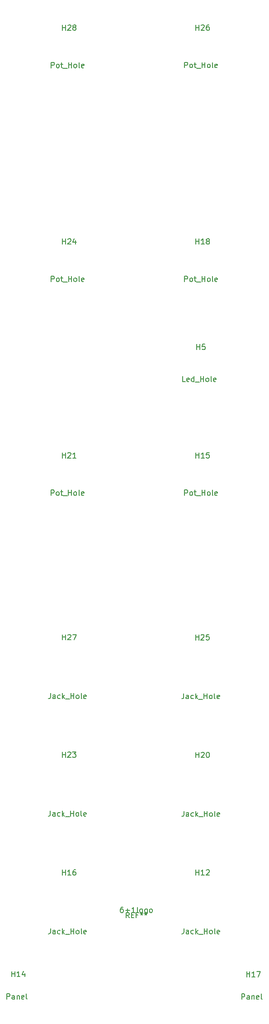
<source format=gbr>
G04 #@! TF.GenerationSoftware,KiCad,Pcbnew,(5.1.9)-1*
G04 #@! TF.CreationDate,2021-08-22T22:13:52+01:00*
G04 #@! TF.ProjectId,Simple Mixer Front Panel,53696d70-6c65-4204-9d69-786572204672,rev?*
G04 #@! TF.SameCoordinates,Original*
G04 #@! TF.FileFunction,Other,Fab,Top*
%FSLAX46Y46*%
G04 Gerber Fmt 4.6, Leading zero omitted, Abs format (unit mm)*
G04 Created by KiCad (PCBNEW (5.1.9)-1) date 2021-08-22 22:13:52*
%MOMM*%
%LPD*%
G01*
G04 APERTURE LIST*
%ADD10C,0.150000*%
G04 APERTURE END LIST*
D10*
X40166666Y-194082380D02*
X39833333Y-193606190D01*
X39595238Y-194082380D02*
X39595238Y-193082380D01*
X39976190Y-193082380D01*
X40071428Y-193130000D01*
X40119047Y-193177619D01*
X40166666Y-193272857D01*
X40166666Y-193415714D01*
X40119047Y-193510952D01*
X40071428Y-193558571D01*
X39976190Y-193606190D01*
X39595238Y-193606190D01*
X40595238Y-193558571D02*
X40928571Y-193558571D01*
X41071428Y-194082380D02*
X40595238Y-194082380D01*
X40595238Y-193082380D01*
X41071428Y-193082380D01*
X41833333Y-193558571D02*
X41500000Y-193558571D01*
X41500000Y-194082380D02*
X41500000Y-193082380D01*
X41976190Y-193082380D01*
X42500000Y-193082380D02*
X42500000Y-193320476D01*
X42261904Y-193225238D02*
X42500000Y-193320476D01*
X42738095Y-193225238D01*
X42357142Y-193510952D02*
X42500000Y-193320476D01*
X42642857Y-193510952D01*
X43261904Y-193082380D02*
X43261904Y-193320476D01*
X43023809Y-193225238D02*
X43261904Y-193320476D01*
X43500000Y-193225238D01*
X43119047Y-193510952D02*
X43261904Y-193320476D01*
X43404761Y-193510952D01*
X38976190Y-192082380D02*
X38785714Y-192082380D01*
X38690476Y-192130000D01*
X38642857Y-192177619D01*
X38547619Y-192320476D01*
X38500000Y-192510952D01*
X38500000Y-192891904D01*
X38547619Y-192987142D01*
X38595238Y-193034761D01*
X38690476Y-193082380D01*
X38880952Y-193082380D01*
X38976190Y-193034761D01*
X39023809Y-192987142D01*
X39071428Y-192891904D01*
X39071428Y-192653809D01*
X39023809Y-192558571D01*
X38976190Y-192510952D01*
X38880952Y-192463333D01*
X38690476Y-192463333D01*
X38595238Y-192510952D01*
X38547619Y-192558571D01*
X38500000Y-192653809D01*
X39500000Y-192701428D02*
X40261904Y-192701428D01*
X39880952Y-193082380D02*
X39880952Y-192320476D01*
X41261904Y-193082380D02*
X40690476Y-193082380D01*
X40976190Y-193082380D02*
X40976190Y-192082380D01*
X40880952Y-192225238D01*
X40785714Y-192320476D01*
X40690476Y-192368095D01*
X41833333Y-193082380D02*
X41738095Y-193034761D01*
X41690476Y-192939523D01*
X41690476Y-192082380D01*
X42357142Y-193082380D02*
X42261904Y-193034761D01*
X42214285Y-192987142D01*
X42166666Y-192891904D01*
X42166666Y-192606190D01*
X42214285Y-192510952D01*
X42261904Y-192463333D01*
X42357142Y-192415714D01*
X42500000Y-192415714D01*
X42595238Y-192463333D01*
X42642857Y-192510952D01*
X42690476Y-192606190D01*
X42690476Y-192891904D01*
X42642857Y-192987142D01*
X42595238Y-193034761D01*
X42500000Y-193082380D01*
X42357142Y-193082380D01*
X43547619Y-192415714D02*
X43547619Y-193225238D01*
X43500000Y-193320476D01*
X43452380Y-193368095D01*
X43357142Y-193415714D01*
X43214285Y-193415714D01*
X43119047Y-193368095D01*
X43547619Y-193034761D02*
X43452380Y-193082380D01*
X43261904Y-193082380D01*
X43166666Y-193034761D01*
X43119047Y-192987142D01*
X43071428Y-192891904D01*
X43071428Y-192606190D01*
X43119047Y-192510952D01*
X43166666Y-192463333D01*
X43261904Y-192415714D01*
X43452380Y-192415714D01*
X43547619Y-192463333D01*
X44166666Y-193082380D02*
X44071428Y-193034761D01*
X44023809Y-192987142D01*
X43976190Y-192891904D01*
X43976190Y-192606190D01*
X44023809Y-192510952D01*
X44071428Y-192463333D01*
X44166666Y-192415714D01*
X44309523Y-192415714D01*
X44404761Y-192463333D01*
X44452380Y-192510952D01*
X44500000Y-192606190D01*
X44500000Y-192891904D01*
X44452380Y-192987142D01*
X44404761Y-193034761D01*
X44309523Y-193082380D01*
X44166666Y-193082380D01*
X50680952Y-93792380D02*
X50204761Y-93792380D01*
X50204761Y-92792380D01*
X51395238Y-93744761D02*
X51300000Y-93792380D01*
X51109523Y-93792380D01*
X51014285Y-93744761D01*
X50966666Y-93649523D01*
X50966666Y-93268571D01*
X51014285Y-93173333D01*
X51109523Y-93125714D01*
X51300000Y-93125714D01*
X51395238Y-93173333D01*
X51442857Y-93268571D01*
X51442857Y-93363809D01*
X50966666Y-93459047D01*
X52300000Y-93792380D02*
X52300000Y-92792380D01*
X52300000Y-93744761D02*
X52204761Y-93792380D01*
X52014285Y-93792380D01*
X51919047Y-93744761D01*
X51871428Y-93697142D01*
X51823809Y-93601904D01*
X51823809Y-93316190D01*
X51871428Y-93220952D01*
X51919047Y-93173333D01*
X52014285Y-93125714D01*
X52204761Y-93125714D01*
X52300000Y-93173333D01*
X52538095Y-93887619D02*
X53300000Y-93887619D01*
X53538095Y-93792380D02*
X53538095Y-92792380D01*
X53538095Y-93268571D02*
X54109523Y-93268571D01*
X54109523Y-93792380D02*
X54109523Y-92792380D01*
X54728571Y-93792380D02*
X54633333Y-93744761D01*
X54585714Y-93697142D01*
X54538095Y-93601904D01*
X54538095Y-93316190D01*
X54585714Y-93220952D01*
X54633333Y-93173333D01*
X54728571Y-93125714D01*
X54871428Y-93125714D01*
X54966666Y-93173333D01*
X55014285Y-93220952D01*
X55061904Y-93316190D01*
X55061904Y-93601904D01*
X55014285Y-93697142D01*
X54966666Y-93744761D01*
X54871428Y-93792380D01*
X54728571Y-93792380D01*
X55633333Y-93792380D02*
X55538095Y-93744761D01*
X55490476Y-93649523D01*
X55490476Y-92792380D01*
X56395238Y-93744761D02*
X56300000Y-93792380D01*
X56109523Y-93792380D01*
X56014285Y-93744761D01*
X55966666Y-93649523D01*
X55966666Y-93268571D01*
X56014285Y-93173333D01*
X56109523Y-93125714D01*
X56300000Y-93125714D01*
X56395238Y-93173333D01*
X56442857Y-93268571D01*
X56442857Y-93363809D01*
X55966666Y-93459047D01*
X52838095Y-87792380D02*
X52838095Y-86792380D01*
X52838095Y-87268571D02*
X53409523Y-87268571D01*
X53409523Y-87792380D02*
X53409523Y-86792380D01*
X54361904Y-86792380D02*
X53885714Y-86792380D01*
X53838095Y-87268571D01*
X53885714Y-87220952D01*
X53980952Y-87173333D01*
X54219047Y-87173333D01*
X54314285Y-87220952D01*
X54361904Y-87268571D01*
X54409523Y-87363809D01*
X54409523Y-87601904D01*
X54361904Y-87697142D01*
X54314285Y-87744761D01*
X54219047Y-87792380D01*
X53980952Y-87792380D01*
X53885714Y-87744761D01*
X53838095Y-87697142D01*
X50409523Y-196062380D02*
X50409523Y-196776666D01*
X50361904Y-196919523D01*
X50266666Y-197014761D01*
X50123809Y-197062380D01*
X50028571Y-197062380D01*
X51314285Y-197062380D02*
X51314285Y-196538571D01*
X51266666Y-196443333D01*
X51171428Y-196395714D01*
X50980952Y-196395714D01*
X50885714Y-196443333D01*
X51314285Y-197014761D02*
X51219047Y-197062380D01*
X50980952Y-197062380D01*
X50885714Y-197014761D01*
X50838095Y-196919523D01*
X50838095Y-196824285D01*
X50885714Y-196729047D01*
X50980952Y-196681428D01*
X51219047Y-196681428D01*
X51314285Y-196633809D01*
X52219047Y-197014761D02*
X52123809Y-197062380D01*
X51933333Y-197062380D01*
X51838095Y-197014761D01*
X51790476Y-196967142D01*
X51742857Y-196871904D01*
X51742857Y-196586190D01*
X51790476Y-196490952D01*
X51838095Y-196443333D01*
X51933333Y-196395714D01*
X52123809Y-196395714D01*
X52219047Y-196443333D01*
X52647619Y-197062380D02*
X52647619Y-196062380D01*
X52742857Y-196681428D02*
X53028571Y-197062380D01*
X53028571Y-196395714D02*
X52647619Y-196776666D01*
X53219047Y-197157619D02*
X53980952Y-197157619D01*
X54219047Y-197062380D02*
X54219047Y-196062380D01*
X54219047Y-196538571D02*
X54790476Y-196538571D01*
X54790476Y-197062380D02*
X54790476Y-196062380D01*
X55409523Y-197062380D02*
X55314285Y-197014761D01*
X55266666Y-196967142D01*
X55219047Y-196871904D01*
X55219047Y-196586190D01*
X55266666Y-196490952D01*
X55314285Y-196443333D01*
X55409523Y-196395714D01*
X55552380Y-196395714D01*
X55647619Y-196443333D01*
X55695238Y-196490952D01*
X55742857Y-196586190D01*
X55742857Y-196871904D01*
X55695238Y-196967142D01*
X55647619Y-197014761D01*
X55552380Y-197062380D01*
X55409523Y-197062380D01*
X56314285Y-197062380D02*
X56219047Y-197014761D01*
X56171428Y-196919523D01*
X56171428Y-196062380D01*
X57076190Y-197014761D02*
X56980952Y-197062380D01*
X56790476Y-197062380D01*
X56695238Y-197014761D01*
X56647619Y-196919523D01*
X56647619Y-196538571D01*
X56695238Y-196443333D01*
X56790476Y-196395714D01*
X56980952Y-196395714D01*
X57076190Y-196443333D01*
X57123809Y-196538571D01*
X57123809Y-196633809D01*
X56647619Y-196729047D01*
X52661904Y-186062380D02*
X52661904Y-185062380D01*
X52661904Y-185538571D02*
X53233333Y-185538571D01*
X53233333Y-186062380D02*
X53233333Y-185062380D01*
X54233333Y-186062380D02*
X53661904Y-186062380D01*
X53947619Y-186062380D02*
X53947619Y-185062380D01*
X53852380Y-185205238D01*
X53757142Y-185300476D01*
X53661904Y-185348095D01*
X54614285Y-185157619D02*
X54661904Y-185110000D01*
X54757142Y-185062380D01*
X54995238Y-185062380D01*
X55090476Y-185110000D01*
X55138095Y-185157619D01*
X55185714Y-185252857D01*
X55185714Y-185348095D01*
X55138095Y-185490952D01*
X54566666Y-186062380D01*
X55185714Y-186062380D01*
X17252857Y-209282380D02*
X17252857Y-208282380D01*
X17633809Y-208282380D01*
X17729047Y-208330000D01*
X17776666Y-208377619D01*
X17824285Y-208472857D01*
X17824285Y-208615714D01*
X17776666Y-208710952D01*
X17729047Y-208758571D01*
X17633809Y-208806190D01*
X17252857Y-208806190D01*
X18681428Y-209282380D02*
X18681428Y-208758571D01*
X18633809Y-208663333D01*
X18538571Y-208615714D01*
X18348095Y-208615714D01*
X18252857Y-208663333D01*
X18681428Y-209234761D02*
X18586190Y-209282380D01*
X18348095Y-209282380D01*
X18252857Y-209234761D01*
X18205238Y-209139523D01*
X18205238Y-209044285D01*
X18252857Y-208949047D01*
X18348095Y-208901428D01*
X18586190Y-208901428D01*
X18681428Y-208853809D01*
X19157619Y-208615714D02*
X19157619Y-209282380D01*
X19157619Y-208710952D02*
X19205238Y-208663333D01*
X19300476Y-208615714D01*
X19443333Y-208615714D01*
X19538571Y-208663333D01*
X19586190Y-208758571D01*
X19586190Y-209282380D01*
X20443333Y-209234761D02*
X20348095Y-209282380D01*
X20157619Y-209282380D01*
X20062380Y-209234761D01*
X20014761Y-209139523D01*
X20014761Y-208758571D01*
X20062380Y-208663333D01*
X20157619Y-208615714D01*
X20348095Y-208615714D01*
X20443333Y-208663333D01*
X20490952Y-208758571D01*
X20490952Y-208853809D01*
X20014761Y-208949047D01*
X21062380Y-209282380D02*
X20967142Y-209234761D01*
X20919523Y-209139523D01*
X20919523Y-208282380D01*
X18171904Y-205082380D02*
X18171904Y-204082380D01*
X18171904Y-204558571D02*
X18743333Y-204558571D01*
X18743333Y-205082380D02*
X18743333Y-204082380D01*
X19743333Y-205082380D02*
X19171904Y-205082380D01*
X19457619Y-205082380D02*
X19457619Y-204082380D01*
X19362380Y-204225238D01*
X19267142Y-204320476D01*
X19171904Y-204368095D01*
X20600476Y-204415714D02*
X20600476Y-205082380D01*
X20362380Y-204034761D02*
X20124285Y-204749047D01*
X20743333Y-204749047D01*
X50562380Y-115072380D02*
X50562380Y-114072380D01*
X50943333Y-114072380D01*
X51038571Y-114120000D01*
X51086190Y-114167619D01*
X51133809Y-114262857D01*
X51133809Y-114405714D01*
X51086190Y-114500952D01*
X51038571Y-114548571D01*
X50943333Y-114596190D01*
X50562380Y-114596190D01*
X51705238Y-115072380D02*
X51610000Y-115024761D01*
X51562380Y-114977142D01*
X51514761Y-114881904D01*
X51514761Y-114596190D01*
X51562380Y-114500952D01*
X51610000Y-114453333D01*
X51705238Y-114405714D01*
X51848095Y-114405714D01*
X51943333Y-114453333D01*
X51990952Y-114500952D01*
X52038571Y-114596190D01*
X52038571Y-114881904D01*
X51990952Y-114977142D01*
X51943333Y-115024761D01*
X51848095Y-115072380D01*
X51705238Y-115072380D01*
X52324285Y-114405714D02*
X52705238Y-114405714D01*
X52467142Y-114072380D02*
X52467142Y-114929523D01*
X52514761Y-115024761D01*
X52610000Y-115072380D01*
X52705238Y-115072380D01*
X52800476Y-115167619D02*
X53562380Y-115167619D01*
X53800476Y-115072380D02*
X53800476Y-114072380D01*
X53800476Y-114548571D02*
X54371904Y-114548571D01*
X54371904Y-115072380D02*
X54371904Y-114072380D01*
X54990952Y-115072380D02*
X54895714Y-115024761D01*
X54848095Y-114977142D01*
X54800476Y-114881904D01*
X54800476Y-114596190D01*
X54848095Y-114500952D01*
X54895714Y-114453333D01*
X54990952Y-114405714D01*
X55133809Y-114405714D01*
X55229047Y-114453333D01*
X55276666Y-114500952D01*
X55324285Y-114596190D01*
X55324285Y-114881904D01*
X55276666Y-114977142D01*
X55229047Y-115024761D01*
X55133809Y-115072380D01*
X54990952Y-115072380D01*
X55895714Y-115072380D02*
X55800476Y-115024761D01*
X55752857Y-114929523D01*
X55752857Y-114072380D01*
X56657619Y-115024761D02*
X56562380Y-115072380D01*
X56371904Y-115072380D01*
X56276666Y-115024761D01*
X56229047Y-114929523D01*
X56229047Y-114548571D01*
X56276666Y-114453333D01*
X56371904Y-114405714D01*
X56562380Y-114405714D01*
X56657619Y-114453333D01*
X56705238Y-114548571D01*
X56705238Y-114643809D01*
X56229047Y-114739047D01*
X52671904Y-108072380D02*
X52671904Y-107072380D01*
X52671904Y-107548571D02*
X53243333Y-107548571D01*
X53243333Y-108072380D02*
X53243333Y-107072380D01*
X54243333Y-108072380D02*
X53671904Y-108072380D01*
X53957619Y-108072380D02*
X53957619Y-107072380D01*
X53862380Y-107215238D01*
X53767142Y-107310476D01*
X53671904Y-107358095D01*
X55148095Y-107072380D02*
X54671904Y-107072380D01*
X54624285Y-107548571D01*
X54671904Y-107500952D01*
X54767142Y-107453333D01*
X55005238Y-107453333D01*
X55100476Y-107500952D01*
X55148095Y-107548571D01*
X55195714Y-107643809D01*
X55195714Y-107881904D01*
X55148095Y-107977142D01*
X55100476Y-108024761D01*
X55005238Y-108072380D01*
X54767142Y-108072380D01*
X54671904Y-108024761D01*
X54624285Y-107977142D01*
X25419523Y-196082380D02*
X25419523Y-196796666D01*
X25371904Y-196939523D01*
X25276666Y-197034761D01*
X25133809Y-197082380D01*
X25038571Y-197082380D01*
X26324285Y-197082380D02*
X26324285Y-196558571D01*
X26276666Y-196463333D01*
X26181428Y-196415714D01*
X25990952Y-196415714D01*
X25895714Y-196463333D01*
X26324285Y-197034761D02*
X26229047Y-197082380D01*
X25990952Y-197082380D01*
X25895714Y-197034761D01*
X25848095Y-196939523D01*
X25848095Y-196844285D01*
X25895714Y-196749047D01*
X25990952Y-196701428D01*
X26229047Y-196701428D01*
X26324285Y-196653809D01*
X27229047Y-197034761D02*
X27133809Y-197082380D01*
X26943333Y-197082380D01*
X26848095Y-197034761D01*
X26800476Y-196987142D01*
X26752857Y-196891904D01*
X26752857Y-196606190D01*
X26800476Y-196510952D01*
X26848095Y-196463333D01*
X26943333Y-196415714D01*
X27133809Y-196415714D01*
X27229047Y-196463333D01*
X27657619Y-197082380D02*
X27657619Y-196082380D01*
X27752857Y-196701428D02*
X28038571Y-197082380D01*
X28038571Y-196415714D02*
X27657619Y-196796666D01*
X28229047Y-197177619D02*
X28990952Y-197177619D01*
X29229047Y-197082380D02*
X29229047Y-196082380D01*
X29229047Y-196558571D02*
X29800476Y-196558571D01*
X29800476Y-197082380D02*
X29800476Y-196082380D01*
X30419523Y-197082380D02*
X30324285Y-197034761D01*
X30276666Y-196987142D01*
X30229047Y-196891904D01*
X30229047Y-196606190D01*
X30276666Y-196510952D01*
X30324285Y-196463333D01*
X30419523Y-196415714D01*
X30562380Y-196415714D01*
X30657619Y-196463333D01*
X30705238Y-196510952D01*
X30752857Y-196606190D01*
X30752857Y-196891904D01*
X30705238Y-196987142D01*
X30657619Y-197034761D01*
X30562380Y-197082380D01*
X30419523Y-197082380D01*
X31324285Y-197082380D02*
X31229047Y-197034761D01*
X31181428Y-196939523D01*
X31181428Y-196082380D01*
X32086190Y-197034761D02*
X31990952Y-197082380D01*
X31800476Y-197082380D01*
X31705238Y-197034761D01*
X31657619Y-196939523D01*
X31657619Y-196558571D01*
X31705238Y-196463333D01*
X31800476Y-196415714D01*
X31990952Y-196415714D01*
X32086190Y-196463333D01*
X32133809Y-196558571D01*
X32133809Y-196653809D01*
X31657619Y-196749047D01*
X27671904Y-186082380D02*
X27671904Y-185082380D01*
X27671904Y-185558571D02*
X28243333Y-185558571D01*
X28243333Y-186082380D02*
X28243333Y-185082380D01*
X29243333Y-186082380D02*
X28671904Y-186082380D01*
X28957619Y-186082380D02*
X28957619Y-185082380D01*
X28862380Y-185225238D01*
X28767142Y-185320476D01*
X28671904Y-185368095D01*
X30100476Y-185082380D02*
X29910000Y-185082380D01*
X29814761Y-185130000D01*
X29767142Y-185177619D01*
X29671904Y-185320476D01*
X29624285Y-185510952D01*
X29624285Y-185891904D01*
X29671904Y-185987142D01*
X29719523Y-186034761D01*
X29814761Y-186082380D01*
X30005238Y-186082380D01*
X30100476Y-186034761D01*
X30148095Y-185987142D01*
X30195714Y-185891904D01*
X30195714Y-185653809D01*
X30148095Y-185558571D01*
X30100476Y-185510952D01*
X30005238Y-185463333D01*
X29814761Y-185463333D01*
X29719523Y-185510952D01*
X29671904Y-185558571D01*
X29624285Y-185653809D01*
X61252857Y-209302380D02*
X61252857Y-208302380D01*
X61633809Y-208302380D01*
X61729047Y-208350000D01*
X61776666Y-208397619D01*
X61824285Y-208492857D01*
X61824285Y-208635714D01*
X61776666Y-208730952D01*
X61729047Y-208778571D01*
X61633809Y-208826190D01*
X61252857Y-208826190D01*
X62681428Y-209302380D02*
X62681428Y-208778571D01*
X62633809Y-208683333D01*
X62538571Y-208635714D01*
X62348095Y-208635714D01*
X62252857Y-208683333D01*
X62681428Y-209254761D02*
X62586190Y-209302380D01*
X62348095Y-209302380D01*
X62252857Y-209254761D01*
X62205238Y-209159523D01*
X62205238Y-209064285D01*
X62252857Y-208969047D01*
X62348095Y-208921428D01*
X62586190Y-208921428D01*
X62681428Y-208873809D01*
X63157619Y-208635714D02*
X63157619Y-209302380D01*
X63157619Y-208730952D02*
X63205238Y-208683333D01*
X63300476Y-208635714D01*
X63443333Y-208635714D01*
X63538571Y-208683333D01*
X63586190Y-208778571D01*
X63586190Y-209302380D01*
X64443333Y-209254761D02*
X64348095Y-209302380D01*
X64157619Y-209302380D01*
X64062380Y-209254761D01*
X64014761Y-209159523D01*
X64014761Y-208778571D01*
X64062380Y-208683333D01*
X64157619Y-208635714D01*
X64348095Y-208635714D01*
X64443333Y-208683333D01*
X64490952Y-208778571D01*
X64490952Y-208873809D01*
X64014761Y-208969047D01*
X65062380Y-209302380D02*
X64967142Y-209254761D01*
X64919523Y-209159523D01*
X64919523Y-208302380D01*
X62171904Y-205102380D02*
X62171904Y-204102380D01*
X62171904Y-204578571D02*
X62743333Y-204578571D01*
X62743333Y-205102380D02*
X62743333Y-204102380D01*
X63743333Y-205102380D02*
X63171904Y-205102380D01*
X63457619Y-205102380D02*
X63457619Y-204102380D01*
X63362380Y-204245238D01*
X63267142Y-204340476D01*
X63171904Y-204388095D01*
X64076666Y-204102380D02*
X64743333Y-204102380D01*
X64314761Y-205102380D01*
X50562380Y-75082380D02*
X50562380Y-74082380D01*
X50943333Y-74082380D01*
X51038571Y-74130000D01*
X51086190Y-74177619D01*
X51133809Y-74272857D01*
X51133809Y-74415714D01*
X51086190Y-74510952D01*
X51038571Y-74558571D01*
X50943333Y-74606190D01*
X50562380Y-74606190D01*
X51705238Y-75082380D02*
X51610000Y-75034761D01*
X51562380Y-74987142D01*
X51514761Y-74891904D01*
X51514761Y-74606190D01*
X51562380Y-74510952D01*
X51610000Y-74463333D01*
X51705238Y-74415714D01*
X51848095Y-74415714D01*
X51943333Y-74463333D01*
X51990952Y-74510952D01*
X52038571Y-74606190D01*
X52038571Y-74891904D01*
X51990952Y-74987142D01*
X51943333Y-75034761D01*
X51848095Y-75082380D01*
X51705238Y-75082380D01*
X52324285Y-74415714D02*
X52705238Y-74415714D01*
X52467142Y-74082380D02*
X52467142Y-74939523D01*
X52514761Y-75034761D01*
X52610000Y-75082380D01*
X52705238Y-75082380D01*
X52800476Y-75177619D02*
X53562380Y-75177619D01*
X53800476Y-75082380D02*
X53800476Y-74082380D01*
X53800476Y-74558571D02*
X54371904Y-74558571D01*
X54371904Y-75082380D02*
X54371904Y-74082380D01*
X54990952Y-75082380D02*
X54895714Y-75034761D01*
X54848095Y-74987142D01*
X54800476Y-74891904D01*
X54800476Y-74606190D01*
X54848095Y-74510952D01*
X54895714Y-74463333D01*
X54990952Y-74415714D01*
X55133809Y-74415714D01*
X55229047Y-74463333D01*
X55276666Y-74510952D01*
X55324285Y-74606190D01*
X55324285Y-74891904D01*
X55276666Y-74987142D01*
X55229047Y-75034761D01*
X55133809Y-75082380D01*
X54990952Y-75082380D01*
X55895714Y-75082380D02*
X55800476Y-75034761D01*
X55752857Y-74939523D01*
X55752857Y-74082380D01*
X56657619Y-75034761D02*
X56562380Y-75082380D01*
X56371904Y-75082380D01*
X56276666Y-75034761D01*
X56229047Y-74939523D01*
X56229047Y-74558571D01*
X56276666Y-74463333D01*
X56371904Y-74415714D01*
X56562380Y-74415714D01*
X56657619Y-74463333D01*
X56705238Y-74558571D01*
X56705238Y-74653809D01*
X56229047Y-74749047D01*
X52671904Y-68082380D02*
X52671904Y-67082380D01*
X52671904Y-67558571D02*
X53243333Y-67558571D01*
X53243333Y-68082380D02*
X53243333Y-67082380D01*
X54243333Y-68082380D02*
X53671904Y-68082380D01*
X53957619Y-68082380D02*
X53957619Y-67082380D01*
X53862380Y-67225238D01*
X53767142Y-67320476D01*
X53671904Y-67368095D01*
X54814761Y-67510952D02*
X54719523Y-67463333D01*
X54671904Y-67415714D01*
X54624285Y-67320476D01*
X54624285Y-67272857D01*
X54671904Y-67177619D01*
X54719523Y-67130000D01*
X54814761Y-67082380D01*
X55005238Y-67082380D01*
X55100476Y-67130000D01*
X55148095Y-67177619D01*
X55195714Y-67272857D01*
X55195714Y-67320476D01*
X55148095Y-67415714D01*
X55100476Y-67463333D01*
X55005238Y-67510952D01*
X54814761Y-67510952D01*
X54719523Y-67558571D01*
X54671904Y-67606190D01*
X54624285Y-67701428D01*
X54624285Y-67891904D01*
X54671904Y-67987142D01*
X54719523Y-68034761D01*
X54814761Y-68082380D01*
X55005238Y-68082380D01*
X55100476Y-68034761D01*
X55148095Y-67987142D01*
X55195714Y-67891904D01*
X55195714Y-67701428D01*
X55148095Y-67606190D01*
X55100476Y-67558571D01*
X55005238Y-67510952D01*
X50409523Y-174102380D02*
X50409523Y-174816666D01*
X50361904Y-174959523D01*
X50266666Y-175054761D01*
X50123809Y-175102380D01*
X50028571Y-175102380D01*
X51314285Y-175102380D02*
X51314285Y-174578571D01*
X51266666Y-174483333D01*
X51171428Y-174435714D01*
X50980952Y-174435714D01*
X50885714Y-174483333D01*
X51314285Y-175054761D02*
X51219047Y-175102380D01*
X50980952Y-175102380D01*
X50885714Y-175054761D01*
X50838095Y-174959523D01*
X50838095Y-174864285D01*
X50885714Y-174769047D01*
X50980952Y-174721428D01*
X51219047Y-174721428D01*
X51314285Y-174673809D01*
X52219047Y-175054761D02*
X52123809Y-175102380D01*
X51933333Y-175102380D01*
X51838095Y-175054761D01*
X51790476Y-175007142D01*
X51742857Y-174911904D01*
X51742857Y-174626190D01*
X51790476Y-174530952D01*
X51838095Y-174483333D01*
X51933333Y-174435714D01*
X52123809Y-174435714D01*
X52219047Y-174483333D01*
X52647619Y-175102380D02*
X52647619Y-174102380D01*
X52742857Y-174721428D02*
X53028571Y-175102380D01*
X53028571Y-174435714D02*
X52647619Y-174816666D01*
X53219047Y-175197619D02*
X53980952Y-175197619D01*
X54219047Y-175102380D02*
X54219047Y-174102380D01*
X54219047Y-174578571D02*
X54790476Y-174578571D01*
X54790476Y-175102380D02*
X54790476Y-174102380D01*
X55409523Y-175102380D02*
X55314285Y-175054761D01*
X55266666Y-175007142D01*
X55219047Y-174911904D01*
X55219047Y-174626190D01*
X55266666Y-174530952D01*
X55314285Y-174483333D01*
X55409523Y-174435714D01*
X55552380Y-174435714D01*
X55647619Y-174483333D01*
X55695238Y-174530952D01*
X55742857Y-174626190D01*
X55742857Y-174911904D01*
X55695238Y-175007142D01*
X55647619Y-175054761D01*
X55552380Y-175102380D01*
X55409523Y-175102380D01*
X56314285Y-175102380D02*
X56219047Y-175054761D01*
X56171428Y-174959523D01*
X56171428Y-174102380D01*
X57076190Y-175054761D02*
X56980952Y-175102380D01*
X56790476Y-175102380D01*
X56695238Y-175054761D01*
X56647619Y-174959523D01*
X56647619Y-174578571D01*
X56695238Y-174483333D01*
X56790476Y-174435714D01*
X56980952Y-174435714D01*
X57076190Y-174483333D01*
X57123809Y-174578571D01*
X57123809Y-174673809D01*
X56647619Y-174769047D01*
X52661904Y-164102380D02*
X52661904Y-163102380D01*
X52661904Y-163578571D02*
X53233333Y-163578571D01*
X53233333Y-164102380D02*
X53233333Y-163102380D01*
X53661904Y-163197619D02*
X53709523Y-163150000D01*
X53804761Y-163102380D01*
X54042857Y-163102380D01*
X54138095Y-163150000D01*
X54185714Y-163197619D01*
X54233333Y-163292857D01*
X54233333Y-163388095D01*
X54185714Y-163530952D01*
X53614285Y-164102380D01*
X54233333Y-164102380D01*
X54852380Y-163102380D02*
X54947619Y-163102380D01*
X55042857Y-163150000D01*
X55090476Y-163197619D01*
X55138095Y-163292857D01*
X55185714Y-163483333D01*
X55185714Y-163721428D01*
X55138095Y-163911904D01*
X55090476Y-164007142D01*
X55042857Y-164054761D01*
X54947619Y-164102380D01*
X54852380Y-164102380D01*
X54757142Y-164054761D01*
X54709523Y-164007142D01*
X54661904Y-163911904D01*
X54614285Y-163721428D01*
X54614285Y-163483333D01*
X54661904Y-163292857D01*
X54709523Y-163197619D01*
X54757142Y-163150000D01*
X54852380Y-163102380D01*
X25562380Y-115072380D02*
X25562380Y-114072380D01*
X25943333Y-114072380D01*
X26038571Y-114120000D01*
X26086190Y-114167619D01*
X26133809Y-114262857D01*
X26133809Y-114405714D01*
X26086190Y-114500952D01*
X26038571Y-114548571D01*
X25943333Y-114596190D01*
X25562380Y-114596190D01*
X26705238Y-115072380D02*
X26610000Y-115024761D01*
X26562380Y-114977142D01*
X26514761Y-114881904D01*
X26514761Y-114596190D01*
X26562380Y-114500952D01*
X26610000Y-114453333D01*
X26705238Y-114405714D01*
X26848095Y-114405714D01*
X26943333Y-114453333D01*
X26990952Y-114500952D01*
X27038571Y-114596190D01*
X27038571Y-114881904D01*
X26990952Y-114977142D01*
X26943333Y-115024761D01*
X26848095Y-115072380D01*
X26705238Y-115072380D01*
X27324285Y-114405714D02*
X27705238Y-114405714D01*
X27467142Y-114072380D02*
X27467142Y-114929523D01*
X27514761Y-115024761D01*
X27610000Y-115072380D01*
X27705238Y-115072380D01*
X27800476Y-115167619D02*
X28562380Y-115167619D01*
X28800476Y-115072380D02*
X28800476Y-114072380D01*
X28800476Y-114548571D02*
X29371904Y-114548571D01*
X29371904Y-115072380D02*
X29371904Y-114072380D01*
X29990952Y-115072380D02*
X29895714Y-115024761D01*
X29848095Y-114977142D01*
X29800476Y-114881904D01*
X29800476Y-114596190D01*
X29848095Y-114500952D01*
X29895714Y-114453333D01*
X29990952Y-114405714D01*
X30133809Y-114405714D01*
X30229047Y-114453333D01*
X30276666Y-114500952D01*
X30324285Y-114596190D01*
X30324285Y-114881904D01*
X30276666Y-114977142D01*
X30229047Y-115024761D01*
X30133809Y-115072380D01*
X29990952Y-115072380D01*
X30895714Y-115072380D02*
X30800476Y-115024761D01*
X30752857Y-114929523D01*
X30752857Y-114072380D01*
X31657619Y-115024761D02*
X31562380Y-115072380D01*
X31371904Y-115072380D01*
X31276666Y-115024761D01*
X31229047Y-114929523D01*
X31229047Y-114548571D01*
X31276666Y-114453333D01*
X31371904Y-114405714D01*
X31562380Y-114405714D01*
X31657619Y-114453333D01*
X31705238Y-114548571D01*
X31705238Y-114643809D01*
X31229047Y-114739047D01*
X27671904Y-108072380D02*
X27671904Y-107072380D01*
X27671904Y-107548571D02*
X28243333Y-107548571D01*
X28243333Y-108072380D02*
X28243333Y-107072380D01*
X28671904Y-107167619D02*
X28719523Y-107120000D01*
X28814761Y-107072380D01*
X29052857Y-107072380D01*
X29148095Y-107120000D01*
X29195714Y-107167619D01*
X29243333Y-107262857D01*
X29243333Y-107358095D01*
X29195714Y-107500952D01*
X28624285Y-108072380D01*
X29243333Y-108072380D01*
X30195714Y-108072380D02*
X29624285Y-108072380D01*
X29910000Y-108072380D02*
X29910000Y-107072380D01*
X29814761Y-107215238D01*
X29719523Y-107310476D01*
X29624285Y-107358095D01*
X25409523Y-174052380D02*
X25409523Y-174766666D01*
X25361904Y-174909523D01*
X25266666Y-175004761D01*
X25123809Y-175052380D01*
X25028571Y-175052380D01*
X26314285Y-175052380D02*
X26314285Y-174528571D01*
X26266666Y-174433333D01*
X26171428Y-174385714D01*
X25980952Y-174385714D01*
X25885714Y-174433333D01*
X26314285Y-175004761D02*
X26219047Y-175052380D01*
X25980952Y-175052380D01*
X25885714Y-175004761D01*
X25838095Y-174909523D01*
X25838095Y-174814285D01*
X25885714Y-174719047D01*
X25980952Y-174671428D01*
X26219047Y-174671428D01*
X26314285Y-174623809D01*
X27219047Y-175004761D02*
X27123809Y-175052380D01*
X26933333Y-175052380D01*
X26838095Y-175004761D01*
X26790476Y-174957142D01*
X26742857Y-174861904D01*
X26742857Y-174576190D01*
X26790476Y-174480952D01*
X26838095Y-174433333D01*
X26933333Y-174385714D01*
X27123809Y-174385714D01*
X27219047Y-174433333D01*
X27647619Y-175052380D02*
X27647619Y-174052380D01*
X27742857Y-174671428D02*
X28028571Y-175052380D01*
X28028571Y-174385714D02*
X27647619Y-174766666D01*
X28219047Y-175147619D02*
X28980952Y-175147619D01*
X29219047Y-175052380D02*
X29219047Y-174052380D01*
X29219047Y-174528571D02*
X29790476Y-174528571D01*
X29790476Y-175052380D02*
X29790476Y-174052380D01*
X30409523Y-175052380D02*
X30314285Y-175004761D01*
X30266666Y-174957142D01*
X30219047Y-174861904D01*
X30219047Y-174576190D01*
X30266666Y-174480952D01*
X30314285Y-174433333D01*
X30409523Y-174385714D01*
X30552380Y-174385714D01*
X30647619Y-174433333D01*
X30695238Y-174480952D01*
X30742857Y-174576190D01*
X30742857Y-174861904D01*
X30695238Y-174957142D01*
X30647619Y-175004761D01*
X30552380Y-175052380D01*
X30409523Y-175052380D01*
X31314285Y-175052380D02*
X31219047Y-175004761D01*
X31171428Y-174909523D01*
X31171428Y-174052380D01*
X32076190Y-175004761D02*
X31980952Y-175052380D01*
X31790476Y-175052380D01*
X31695238Y-175004761D01*
X31647619Y-174909523D01*
X31647619Y-174528571D01*
X31695238Y-174433333D01*
X31790476Y-174385714D01*
X31980952Y-174385714D01*
X32076190Y-174433333D01*
X32123809Y-174528571D01*
X32123809Y-174623809D01*
X31647619Y-174719047D01*
X27661904Y-164052380D02*
X27661904Y-163052380D01*
X27661904Y-163528571D02*
X28233333Y-163528571D01*
X28233333Y-164052380D02*
X28233333Y-163052380D01*
X28661904Y-163147619D02*
X28709523Y-163100000D01*
X28804761Y-163052380D01*
X29042857Y-163052380D01*
X29138095Y-163100000D01*
X29185714Y-163147619D01*
X29233333Y-163242857D01*
X29233333Y-163338095D01*
X29185714Y-163480952D01*
X28614285Y-164052380D01*
X29233333Y-164052380D01*
X29566666Y-163052380D02*
X30185714Y-163052380D01*
X29852380Y-163433333D01*
X29995238Y-163433333D01*
X30090476Y-163480952D01*
X30138095Y-163528571D01*
X30185714Y-163623809D01*
X30185714Y-163861904D01*
X30138095Y-163957142D01*
X30090476Y-164004761D01*
X29995238Y-164052380D01*
X29709523Y-164052380D01*
X29614285Y-164004761D01*
X29566666Y-163957142D01*
X25572380Y-75082380D02*
X25572380Y-74082380D01*
X25953333Y-74082380D01*
X26048571Y-74130000D01*
X26096190Y-74177619D01*
X26143809Y-74272857D01*
X26143809Y-74415714D01*
X26096190Y-74510952D01*
X26048571Y-74558571D01*
X25953333Y-74606190D01*
X25572380Y-74606190D01*
X26715238Y-75082380D02*
X26620000Y-75034761D01*
X26572380Y-74987142D01*
X26524761Y-74891904D01*
X26524761Y-74606190D01*
X26572380Y-74510952D01*
X26620000Y-74463333D01*
X26715238Y-74415714D01*
X26858095Y-74415714D01*
X26953333Y-74463333D01*
X27000952Y-74510952D01*
X27048571Y-74606190D01*
X27048571Y-74891904D01*
X27000952Y-74987142D01*
X26953333Y-75034761D01*
X26858095Y-75082380D01*
X26715238Y-75082380D01*
X27334285Y-74415714D02*
X27715238Y-74415714D01*
X27477142Y-74082380D02*
X27477142Y-74939523D01*
X27524761Y-75034761D01*
X27620000Y-75082380D01*
X27715238Y-75082380D01*
X27810476Y-75177619D02*
X28572380Y-75177619D01*
X28810476Y-75082380D02*
X28810476Y-74082380D01*
X28810476Y-74558571D02*
X29381904Y-74558571D01*
X29381904Y-75082380D02*
X29381904Y-74082380D01*
X30000952Y-75082380D02*
X29905714Y-75034761D01*
X29858095Y-74987142D01*
X29810476Y-74891904D01*
X29810476Y-74606190D01*
X29858095Y-74510952D01*
X29905714Y-74463333D01*
X30000952Y-74415714D01*
X30143809Y-74415714D01*
X30239047Y-74463333D01*
X30286666Y-74510952D01*
X30334285Y-74606190D01*
X30334285Y-74891904D01*
X30286666Y-74987142D01*
X30239047Y-75034761D01*
X30143809Y-75082380D01*
X30000952Y-75082380D01*
X30905714Y-75082380D02*
X30810476Y-75034761D01*
X30762857Y-74939523D01*
X30762857Y-74082380D01*
X31667619Y-75034761D02*
X31572380Y-75082380D01*
X31381904Y-75082380D01*
X31286666Y-75034761D01*
X31239047Y-74939523D01*
X31239047Y-74558571D01*
X31286666Y-74463333D01*
X31381904Y-74415714D01*
X31572380Y-74415714D01*
X31667619Y-74463333D01*
X31715238Y-74558571D01*
X31715238Y-74653809D01*
X31239047Y-74749047D01*
X27681904Y-68082380D02*
X27681904Y-67082380D01*
X27681904Y-67558571D02*
X28253333Y-67558571D01*
X28253333Y-68082380D02*
X28253333Y-67082380D01*
X28681904Y-67177619D02*
X28729523Y-67130000D01*
X28824761Y-67082380D01*
X29062857Y-67082380D01*
X29158095Y-67130000D01*
X29205714Y-67177619D01*
X29253333Y-67272857D01*
X29253333Y-67368095D01*
X29205714Y-67510952D01*
X28634285Y-68082380D01*
X29253333Y-68082380D01*
X30110476Y-67415714D02*
X30110476Y-68082380D01*
X29872380Y-67034761D02*
X29634285Y-67749047D01*
X30253333Y-67749047D01*
X50379523Y-152102380D02*
X50379523Y-152816666D01*
X50331904Y-152959523D01*
X50236666Y-153054761D01*
X50093809Y-153102380D01*
X49998571Y-153102380D01*
X51284285Y-153102380D02*
X51284285Y-152578571D01*
X51236666Y-152483333D01*
X51141428Y-152435714D01*
X50950952Y-152435714D01*
X50855714Y-152483333D01*
X51284285Y-153054761D02*
X51189047Y-153102380D01*
X50950952Y-153102380D01*
X50855714Y-153054761D01*
X50808095Y-152959523D01*
X50808095Y-152864285D01*
X50855714Y-152769047D01*
X50950952Y-152721428D01*
X51189047Y-152721428D01*
X51284285Y-152673809D01*
X52189047Y-153054761D02*
X52093809Y-153102380D01*
X51903333Y-153102380D01*
X51808095Y-153054761D01*
X51760476Y-153007142D01*
X51712857Y-152911904D01*
X51712857Y-152626190D01*
X51760476Y-152530952D01*
X51808095Y-152483333D01*
X51903333Y-152435714D01*
X52093809Y-152435714D01*
X52189047Y-152483333D01*
X52617619Y-153102380D02*
X52617619Y-152102380D01*
X52712857Y-152721428D02*
X52998571Y-153102380D01*
X52998571Y-152435714D02*
X52617619Y-152816666D01*
X53189047Y-153197619D02*
X53950952Y-153197619D01*
X54189047Y-153102380D02*
X54189047Y-152102380D01*
X54189047Y-152578571D02*
X54760476Y-152578571D01*
X54760476Y-153102380D02*
X54760476Y-152102380D01*
X55379523Y-153102380D02*
X55284285Y-153054761D01*
X55236666Y-153007142D01*
X55189047Y-152911904D01*
X55189047Y-152626190D01*
X55236666Y-152530952D01*
X55284285Y-152483333D01*
X55379523Y-152435714D01*
X55522380Y-152435714D01*
X55617619Y-152483333D01*
X55665238Y-152530952D01*
X55712857Y-152626190D01*
X55712857Y-152911904D01*
X55665238Y-153007142D01*
X55617619Y-153054761D01*
X55522380Y-153102380D01*
X55379523Y-153102380D01*
X56284285Y-153102380D02*
X56189047Y-153054761D01*
X56141428Y-152959523D01*
X56141428Y-152102380D01*
X57046190Y-153054761D02*
X56950952Y-153102380D01*
X56760476Y-153102380D01*
X56665238Y-153054761D01*
X56617619Y-152959523D01*
X56617619Y-152578571D01*
X56665238Y-152483333D01*
X56760476Y-152435714D01*
X56950952Y-152435714D01*
X57046190Y-152483333D01*
X57093809Y-152578571D01*
X57093809Y-152673809D01*
X56617619Y-152769047D01*
X52631904Y-142102380D02*
X52631904Y-141102380D01*
X52631904Y-141578571D02*
X53203333Y-141578571D01*
X53203333Y-142102380D02*
X53203333Y-141102380D01*
X53631904Y-141197619D02*
X53679523Y-141150000D01*
X53774761Y-141102380D01*
X54012857Y-141102380D01*
X54108095Y-141150000D01*
X54155714Y-141197619D01*
X54203333Y-141292857D01*
X54203333Y-141388095D01*
X54155714Y-141530952D01*
X53584285Y-142102380D01*
X54203333Y-142102380D01*
X55108095Y-141102380D02*
X54631904Y-141102380D01*
X54584285Y-141578571D01*
X54631904Y-141530952D01*
X54727142Y-141483333D01*
X54965238Y-141483333D01*
X55060476Y-141530952D01*
X55108095Y-141578571D01*
X55155714Y-141673809D01*
X55155714Y-141911904D01*
X55108095Y-142007142D01*
X55060476Y-142054761D01*
X54965238Y-142102380D01*
X54727142Y-142102380D01*
X54631904Y-142054761D01*
X54584285Y-142007142D01*
X50562380Y-35072380D02*
X50562380Y-34072380D01*
X50943333Y-34072380D01*
X51038571Y-34120000D01*
X51086190Y-34167619D01*
X51133809Y-34262857D01*
X51133809Y-34405714D01*
X51086190Y-34500952D01*
X51038571Y-34548571D01*
X50943333Y-34596190D01*
X50562380Y-34596190D01*
X51705238Y-35072380D02*
X51610000Y-35024761D01*
X51562380Y-34977142D01*
X51514761Y-34881904D01*
X51514761Y-34596190D01*
X51562380Y-34500952D01*
X51610000Y-34453333D01*
X51705238Y-34405714D01*
X51848095Y-34405714D01*
X51943333Y-34453333D01*
X51990952Y-34500952D01*
X52038571Y-34596190D01*
X52038571Y-34881904D01*
X51990952Y-34977142D01*
X51943333Y-35024761D01*
X51848095Y-35072380D01*
X51705238Y-35072380D01*
X52324285Y-34405714D02*
X52705238Y-34405714D01*
X52467142Y-34072380D02*
X52467142Y-34929523D01*
X52514761Y-35024761D01*
X52610000Y-35072380D01*
X52705238Y-35072380D01*
X52800476Y-35167619D02*
X53562380Y-35167619D01*
X53800476Y-35072380D02*
X53800476Y-34072380D01*
X53800476Y-34548571D02*
X54371904Y-34548571D01*
X54371904Y-35072380D02*
X54371904Y-34072380D01*
X54990952Y-35072380D02*
X54895714Y-35024761D01*
X54848095Y-34977142D01*
X54800476Y-34881904D01*
X54800476Y-34596190D01*
X54848095Y-34500952D01*
X54895714Y-34453333D01*
X54990952Y-34405714D01*
X55133809Y-34405714D01*
X55229047Y-34453333D01*
X55276666Y-34500952D01*
X55324285Y-34596190D01*
X55324285Y-34881904D01*
X55276666Y-34977142D01*
X55229047Y-35024761D01*
X55133809Y-35072380D01*
X54990952Y-35072380D01*
X55895714Y-35072380D02*
X55800476Y-35024761D01*
X55752857Y-34929523D01*
X55752857Y-34072380D01*
X56657619Y-35024761D02*
X56562380Y-35072380D01*
X56371904Y-35072380D01*
X56276666Y-35024761D01*
X56229047Y-34929523D01*
X56229047Y-34548571D01*
X56276666Y-34453333D01*
X56371904Y-34405714D01*
X56562380Y-34405714D01*
X56657619Y-34453333D01*
X56705238Y-34548571D01*
X56705238Y-34643809D01*
X56229047Y-34739047D01*
X52671904Y-28072380D02*
X52671904Y-27072380D01*
X52671904Y-27548571D02*
X53243333Y-27548571D01*
X53243333Y-28072380D02*
X53243333Y-27072380D01*
X53671904Y-27167619D02*
X53719523Y-27120000D01*
X53814761Y-27072380D01*
X54052857Y-27072380D01*
X54148095Y-27120000D01*
X54195714Y-27167619D01*
X54243333Y-27262857D01*
X54243333Y-27358095D01*
X54195714Y-27500952D01*
X53624285Y-28072380D01*
X54243333Y-28072380D01*
X55100476Y-27072380D02*
X54910000Y-27072380D01*
X54814761Y-27120000D01*
X54767142Y-27167619D01*
X54671904Y-27310476D01*
X54624285Y-27500952D01*
X54624285Y-27881904D01*
X54671904Y-27977142D01*
X54719523Y-28024761D01*
X54814761Y-28072380D01*
X55005238Y-28072380D01*
X55100476Y-28024761D01*
X55148095Y-27977142D01*
X55195714Y-27881904D01*
X55195714Y-27643809D01*
X55148095Y-27548571D01*
X55100476Y-27500952D01*
X55005238Y-27453333D01*
X54814761Y-27453333D01*
X54719523Y-27500952D01*
X54671904Y-27548571D01*
X54624285Y-27643809D01*
X25429523Y-152082380D02*
X25429523Y-152796666D01*
X25381904Y-152939523D01*
X25286666Y-153034761D01*
X25143809Y-153082380D01*
X25048571Y-153082380D01*
X26334285Y-153082380D02*
X26334285Y-152558571D01*
X26286666Y-152463333D01*
X26191428Y-152415714D01*
X26000952Y-152415714D01*
X25905714Y-152463333D01*
X26334285Y-153034761D02*
X26239047Y-153082380D01*
X26000952Y-153082380D01*
X25905714Y-153034761D01*
X25858095Y-152939523D01*
X25858095Y-152844285D01*
X25905714Y-152749047D01*
X26000952Y-152701428D01*
X26239047Y-152701428D01*
X26334285Y-152653809D01*
X27239047Y-153034761D02*
X27143809Y-153082380D01*
X26953333Y-153082380D01*
X26858095Y-153034761D01*
X26810476Y-152987142D01*
X26762857Y-152891904D01*
X26762857Y-152606190D01*
X26810476Y-152510952D01*
X26858095Y-152463333D01*
X26953333Y-152415714D01*
X27143809Y-152415714D01*
X27239047Y-152463333D01*
X27667619Y-153082380D02*
X27667619Y-152082380D01*
X27762857Y-152701428D02*
X28048571Y-153082380D01*
X28048571Y-152415714D02*
X27667619Y-152796666D01*
X28239047Y-153177619D02*
X29000952Y-153177619D01*
X29239047Y-153082380D02*
X29239047Y-152082380D01*
X29239047Y-152558571D02*
X29810476Y-152558571D01*
X29810476Y-153082380D02*
X29810476Y-152082380D01*
X30429523Y-153082380D02*
X30334285Y-153034761D01*
X30286666Y-152987142D01*
X30239047Y-152891904D01*
X30239047Y-152606190D01*
X30286666Y-152510952D01*
X30334285Y-152463333D01*
X30429523Y-152415714D01*
X30572380Y-152415714D01*
X30667619Y-152463333D01*
X30715238Y-152510952D01*
X30762857Y-152606190D01*
X30762857Y-152891904D01*
X30715238Y-152987142D01*
X30667619Y-153034761D01*
X30572380Y-153082380D01*
X30429523Y-153082380D01*
X31334285Y-153082380D02*
X31239047Y-153034761D01*
X31191428Y-152939523D01*
X31191428Y-152082380D01*
X32096190Y-153034761D02*
X32000952Y-153082380D01*
X31810476Y-153082380D01*
X31715238Y-153034761D01*
X31667619Y-152939523D01*
X31667619Y-152558571D01*
X31715238Y-152463333D01*
X31810476Y-152415714D01*
X32000952Y-152415714D01*
X32096190Y-152463333D01*
X32143809Y-152558571D01*
X32143809Y-152653809D01*
X31667619Y-152749047D01*
X27681904Y-142082380D02*
X27681904Y-141082380D01*
X27681904Y-141558571D02*
X28253333Y-141558571D01*
X28253333Y-142082380D02*
X28253333Y-141082380D01*
X28681904Y-141177619D02*
X28729523Y-141130000D01*
X28824761Y-141082380D01*
X29062857Y-141082380D01*
X29158095Y-141130000D01*
X29205714Y-141177619D01*
X29253333Y-141272857D01*
X29253333Y-141368095D01*
X29205714Y-141510952D01*
X28634285Y-142082380D01*
X29253333Y-142082380D01*
X29586666Y-141082380D02*
X30253333Y-141082380D01*
X29824761Y-142082380D01*
X25572380Y-35082380D02*
X25572380Y-34082380D01*
X25953333Y-34082380D01*
X26048571Y-34130000D01*
X26096190Y-34177619D01*
X26143809Y-34272857D01*
X26143809Y-34415714D01*
X26096190Y-34510952D01*
X26048571Y-34558571D01*
X25953333Y-34606190D01*
X25572380Y-34606190D01*
X26715238Y-35082380D02*
X26620000Y-35034761D01*
X26572380Y-34987142D01*
X26524761Y-34891904D01*
X26524761Y-34606190D01*
X26572380Y-34510952D01*
X26620000Y-34463333D01*
X26715238Y-34415714D01*
X26858095Y-34415714D01*
X26953333Y-34463333D01*
X27000952Y-34510952D01*
X27048571Y-34606190D01*
X27048571Y-34891904D01*
X27000952Y-34987142D01*
X26953333Y-35034761D01*
X26858095Y-35082380D01*
X26715238Y-35082380D01*
X27334285Y-34415714D02*
X27715238Y-34415714D01*
X27477142Y-34082380D02*
X27477142Y-34939523D01*
X27524761Y-35034761D01*
X27620000Y-35082380D01*
X27715238Y-35082380D01*
X27810476Y-35177619D02*
X28572380Y-35177619D01*
X28810476Y-35082380D02*
X28810476Y-34082380D01*
X28810476Y-34558571D02*
X29381904Y-34558571D01*
X29381904Y-35082380D02*
X29381904Y-34082380D01*
X30000952Y-35082380D02*
X29905714Y-35034761D01*
X29858095Y-34987142D01*
X29810476Y-34891904D01*
X29810476Y-34606190D01*
X29858095Y-34510952D01*
X29905714Y-34463333D01*
X30000952Y-34415714D01*
X30143809Y-34415714D01*
X30239047Y-34463333D01*
X30286666Y-34510952D01*
X30334285Y-34606190D01*
X30334285Y-34891904D01*
X30286666Y-34987142D01*
X30239047Y-35034761D01*
X30143809Y-35082380D01*
X30000952Y-35082380D01*
X30905714Y-35082380D02*
X30810476Y-35034761D01*
X30762857Y-34939523D01*
X30762857Y-34082380D01*
X31667619Y-35034761D02*
X31572380Y-35082380D01*
X31381904Y-35082380D01*
X31286666Y-35034761D01*
X31239047Y-34939523D01*
X31239047Y-34558571D01*
X31286666Y-34463333D01*
X31381904Y-34415714D01*
X31572380Y-34415714D01*
X31667619Y-34463333D01*
X31715238Y-34558571D01*
X31715238Y-34653809D01*
X31239047Y-34749047D01*
X27681904Y-28082380D02*
X27681904Y-27082380D01*
X27681904Y-27558571D02*
X28253333Y-27558571D01*
X28253333Y-28082380D02*
X28253333Y-27082380D01*
X28681904Y-27177619D02*
X28729523Y-27130000D01*
X28824761Y-27082380D01*
X29062857Y-27082380D01*
X29158095Y-27130000D01*
X29205714Y-27177619D01*
X29253333Y-27272857D01*
X29253333Y-27368095D01*
X29205714Y-27510952D01*
X28634285Y-28082380D01*
X29253333Y-28082380D01*
X29824761Y-27510952D02*
X29729523Y-27463333D01*
X29681904Y-27415714D01*
X29634285Y-27320476D01*
X29634285Y-27272857D01*
X29681904Y-27177619D01*
X29729523Y-27130000D01*
X29824761Y-27082380D01*
X30015238Y-27082380D01*
X30110476Y-27130000D01*
X30158095Y-27177619D01*
X30205714Y-27272857D01*
X30205714Y-27320476D01*
X30158095Y-27415714D01*
X30110476Y-27463333D01*
X30015238Y-27510952D01*
X29824761Y-27510952D01*
X29729523Y-27558571D01*
X29681904Y-27606190D01*
X29634285Y-27701428D01*
X29634285Y-27891904D01*
X29681904Y-27987142D01*
X29729523Y-28034761D01*
X29824761Y-28082380D01*
X30015238Y-28082380D01*
X30110476Y-28034761D01*
X30158095Y-27987142D01*
X30205714Y-27891904D01*
X30205714Y-27701428D01*
X30158095Y-27606190D01*
X30110476Y-27558571D01*
X30015238Y-27510952D01*
M02*

</source>
